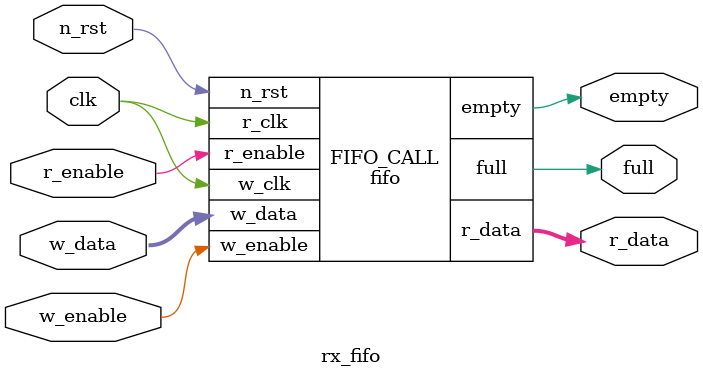
<source format=v>


module fiforam ( wclk, wenable, waddr, raddr, wdata, rdata );
  input [2:0] waddr;
  input [2:0] raddr;
  input [7:0] wdata;
  output [7:0] rdata;
  input wclk, wenable;
  wire   N10, N11, N12, N13, N14, N15, \fiforeg[0][7] , \fiforeg[0][6] ,
         \fiforeg[0][5] , \fiforeg[0][4] , \fiforeg[0][3] , \fiforeg[0][2] ,
         \fiforeg[0][1] , \fiforeg[0][0] , \fiforeg[1][7] , \fiforeg[1][6] ,
         \fiforeg[1][5] , \fiforeg[1][4] , \fiforeg[1][3] , \fiforeg[1][2] ,
         \fiforeg[1][1] , \fiforeg[1][0] , \fiforeg[2][7] , \fiforeg[2][6] ,
         \fiforeg[2][5] , \fiforeg[2][4] , \fiforeg[2][3] , \fiforeg[2][2] ,
         \fiforeg[2][1] , \fiforeg[2][0] , \fiforeg[3][7] , \fiforeg[3][6] ,
         \fiforeg[3][5] , \fiforeg[3][4] , \fiforeg[3][3] , \fiforeg[3][2] ,
         \fiforeg[3][1] , \fiforeg[3][0] , \fiforeg[4][7] , \fiforeg[4][6] ,
         \fiforeg[4][5] , \fiforeg[4][4] , \fiforeg[4][3] , \fiforeg[4][2] ,
         \fiforeg[4][1] , \fiforeg[4][0] , \fiforeg[5][7] , \fiforeg[5][6] ,
         \fiforeg[5][5] , \fiforeg[5][4] , \fiforeg[5][3] , \fiforeg[5][2] ,
         \fiforeg[5][1] , \fiforeg[5][0] , \fiforeg[6][7] , \fiforeg[6][6] ,
         \fiforeg[6][5] , \fiforeg[6][4] , \fiforeg[6][3] , \fiforeg[6][2] ,
         \fiforeg[6][1] , \fiforeg[6][0] , \fiforeg[7][7] , \fiforeg[7][6] ,
         \fiforeg[7][5] , \fiforeg[7][4] , \fiforeg[7][3] , \fiforeg[7][2] ,
         \fiforeg[7][1] , \fiforeg[7][0] , N17, N18, N19, N20, N21, N22, N23,
         N24, n89, n90, n91, n92, n93, n94, n95, n96, n97, n98, n99, n100,
         n101, n102, n103, n104, n105, n106, n107, n108, n109, n110, n111,
         n112, n113, n114, n115, n116, n117, n118, n119, n120, n121, n122,
         n123, n124, n125, n126, n127, n128, n129, n130, n131, n132, n133,
         n134, n135, n136, n137, n138, n139, n140, n141, n142, n143, n144,
         n145, n146, n147, n148, n149, n150, n151, n152, n1, n2, n3, n4, n5,
         n6, n7, n8, n9, n10, n11, n12, n13, n14, n15, n16, n17, n18, n19, n20,
         n21, n22, n23, n24, n25, n26, n27, n28, n29, n30, n31, n32, n33, n34,
         n35, n36, n37, n38, n39, n40, n41, n42, n43, n44, n45, n46, n47, n48,
         n49, n50, n51, n52, n53, n54, n55, n56, n57, n58, n59, n60, n61, n62,
         n63, n64, n65, n66, n67, n68, n69, n70, n71, n72, n73, n74, n75, n76,
         n77, n78, n79, n80, n81, n82, n83, n84, n85, n86, n87, n88, n153,
         n154, n155, n156, n157, n158, n159, n160, n161, n162, n163, n164,
         n165, n166, n167, n168, n169, n170, n171, n172, n173, n174, n175,
         n176, n177, n178, n179, n180, n181, n182, n183, n184, n185, n186,
         n187, n188, n189, n190, n191, n192, n193, n194, n195, n196, n197,
         n198, n199, n200, n201, n202, n203, n204, n205, n206, n207, n208,
         n209, n210, n211, n212, n213, n214, n215, n216, n217, n218, n219,
         n220, n221, n222, n223, n224, n225, n226, n227, n228, n229, n230,
         n231, n232, n233, n234, n235, n236, n237, n238, n239, n240, n241,
         n242, n243, n244, n245, n246, n247, n248, n249, n250, n251, n252,
         n253, n254, n255, n256, n257, n258, n259, n260, n261, n262;
  assign N10 = raddr[0];
  assign N11 = raddr[1];
  assign N12 = raddr[2];
  assign N13 = waddr[0];
  assign N14 = waddr[1];
  assign N15 = waddr[2];

  DFFPOSX1 \fiforeg_reg[0][7]  ( .D(n152), .CLK(wclk), .Q(\fiforeg[0][7] ) );
  DFFPOSX1 \fiforeg_reg[0][6]  ( .D(n151), .CLK(wclk), .Q(\fiforeg[0][6] ) );
  DFFPOSX1 \fiforeg_reg[0][5]  ( .D(n150), .CLK(wclk), .Q(\fiforeg[0][5] ) );
  DFFPOSX1 \fiforeg_reg[0][4]  ( .D(n149), .CLK(wclk), .Q(\fiforeg[0][4] ) );
  DFFPOSX1 \fiforeg_reg[0][3]  ( .D(n148), .CLK(wclk), .Q(\fiforeg[0][3] ) );
  DFFPOSX1 \fiforeg_reg[0][2]  ( .D(n147), .CLK(wclk), .Q(\fiforeg[0][2] ) );
  DFFPOSX1 \fiforeg_reg[0][1]  ( .D(n146), .CLK(wclk), .Q(\fiforeg[0][1] ) );
  DFFPOSX1 \fiforeg_reg[0][0]  ( .D(n145), .CLK(wclk), .Q(\fiforeg[0][0] ) );
  DFFPOSX1 \fiforeg_reg[1][7]  ( .D(n144), .CLK(wclk), .Q(\fiforeg[1][7] ) );
  DFFPOSX1 \fiforeg_reg[1][6]  ( .D(n143), .CLK(wclk), .Q(\fiforeg[1][6] ) );
  DFFPOSX1 \fiforeg_reg[1][5]  ( .D(n142), .CLK(wclk), .Q(\fiforeg[1][5] ) );
  DFFPOSX1 \fiforeg_reg[1][4]  ( .D(n141), .CLK(wclk), .Q(\fiforeg[1][4] ) );
  DFFPOSX1 \fiforeg_reg[1][3]  ( .D(n140), .CLK(wclk), .Q(\fiforeg[1][3] ) );
  DFFPOSX1 \fiforeg_reg[1][2]  ( .D(n139), .CLK(wclk), .Q(\fiforeg[1][2] ) );
  DFFPOSX1 \fiforeg_reg[1][1]  ( .D(n138), .CLK(wclk), .Q(\fiforeg[1][1] ) );
  DFFPOSX1 \fiforeg_reg[1][0]  ( .D(n137), .CLK(wclk), .Q(\fiforeg[1][0] ) );
  DFFPOSX1 \fiforeg_reg[2][7]  ( .D(n136), .CLK(wclk), .Q(\fiforeg[2][7] ) );
  DFFPOSX1 \fiforeg_reg[2][6]  ( .D(n135), .CLK(wclk), .Q(\fiforeg[2][6] ) );
  DFFPOSX1 \fiforeg_reg[2][5]  ( .D(n134), .CLK(wclk), .Q(\fiforeg[2][5] ) );
  DFFPOSX1 \fiforeg_reg[2][4]  ( .D(n133), .CLK(wclk), .Q(\fiforeg[2][4] ) );
  DFFPOSX1 \fiforeg_reg[2][3]  ( .D(n132), .CLK(wclk), .Q(\fiforeg[2][3] ) );
  DFFPOSX1 \fiforeg_reg[2][2]  ( .D(n131), .CLK(wclk), .Q(\fiforeg[2][2] ) );
  DFFPOSX1 \fiforeg_reg[2][1]  ( .D(n130), .CLK(wclk), .Q(\fiforeg[2][1] ) );
  DFFPOSX1 \fiforeg_reg[2][0]  ( .D(n129), .CLK(wclk), .Q(\fiforeg[2][0] ) );
  DFFPOSX1 \fiforeg_reg[3][7]  ( .D(n128), .CLK(wclk), .Q(\fiforeg[3][7] ) );
  DFFPOSX1 \fiforeg_reg[3][6]  ( .D(n127), .CLK(wclk), .Q(\fiforeg[3][6] ) );
  DFFPOSX1 \fiforeg_reg[3][5]  ( .D(n126), .CLK(wclk), .Q(\fiforeg[3][5] ) );
  DFFPOSX1 \fiforeg_reg[3][4]  ( .D(n125), .CLK(wclk), .Q(\fiforeg[3][4] ) );
  DFFPOSX1 \fiforeg_reg[3][3]  ( .D(n124), .CLK(wclk), .Q(\fiforeg[3][3] ) );
  DFFPOSX1 \fiforeg_reg[3][2]  ( .D(n123), .CLK(wclk), .Q(\fiforeg[3][2] ) );
  DFFPOSX1 \fiforeg_reg[3][1]  ( .D(n122), .CLK(wclk), .Q(\fiforeg[3][1] ) );
  DFFPOSX1 \fiforeg_reg[3][0]  ( .D(n121), .CLK(wclk), .Q(\fiforeg[3][0] ) );
  DFFPOSX1 \fiforeg_reg[4][7]  ( .D(n120), .CLK(wclk), .Q(\fiforeg[4][7] ) );
  DFFPOSX1 \fiforeg_reg[4][6]  ( .D(n119), .CLK(wclk), .Q(\fiforeg[4][6] ) );
  DFFPOSX1 \fiforeg_reg[4][5]  ( .D(n118), .CLK(wclk), .Q(\fiforeg[4][5] ) );
  DFFPOSX1 \fiforeg_reg[4][4]  ( .D(n117), .CLK(wclk), .Q(\fiforeg[4][4] ) );
  DFFPOSX1 \fiforeg_reg[4][3]  ( .D(n116), .CLK(wclk), .Q(\fiforeg[4][3] ) );
  DFFPOSX1 \fiforeg_reg[4][2]  ( .D(n115), .CLK(wclk), .Q(\fiforeg[4][2] ) );
  DFFPOSX1 \fiforeg_reg[4][1]  ( .D(n114), .CLK(wclk), .Q(\fiforeg[4][1] ) );
  DFFPOSX1 \fiforeg_reg[4][0]  ( .D(n113), .CLK(wclk), .Q(\fiforeg[4][0] ) );
  DFFPOSX1 \fiforeg_reg[5][7]  ( .D(n112), .CLK(wclk), .Q(\fiforeg[5][7] ) );
  DFFPOSX1 \fiforeg_reg[5][6]  ( .D(n111), .CLK(wclk), .Q(\fiforeg[5][6] ) );
  DFFPOSX1 \fiforeg_reg[5][5]  ( .D(n110), .CLK(wclk), .Q(\fiforeg[5][5] ) );
  DFFPOSX1 \fiforeg_reg[5][4]  ( .D(n109), .CLK(wclk), .Q(\fiforeg[5][4] ) );
  DFFPOSX1 \fiforeg_reg[5][3]  ( .D(n108), .CLK(wclk), .Q(\fiforeg[5][3] ) );
  DFFPOSX1 \fiforeg_reg[5][2]  ( .D(n107), .CLK(wclk), .Q(\fiforeg[5][2] ) );
  DFFPOSX1 \fiforeg_reg[5][1]  ( .D(n106), .CLK(wclk), .Q(\fiforeg[5][1] ) );
  DFFPOSX1 \fiforeg_reg[5][0]  ( .D(n105), .CLK(wclk), .Q(\fiforeg[5][0] ) );
  DFFPOSX1 \fiforeg_reg[6][7]  ( .D(n104), .CLK(wclk), .Q(\fiforeg[6][7] ) );
  DFFPOSX1 \fiforeg_reg[6][6]  ( .D(n103), .CLK(wclk), .Q(\fiforeg[6][6] ) );
  DFFPOSX1 \fiforeg_reg[6][5]  ( .D(n102), .CLK(wclk), .Q(\fiforeg[6][5] ) );
  DFFPOSX1 \fiforeg_reg[6][4]  ( .D(n101), .CLK(wclk), .Q(\fiforeg[6][4] ) );
  DFFPOSX1 \fiforeg_reg[6][3]  ( .D(n100), .CLK(wclk), .Q(\fiforeg[6][3] ) );
  DFFPOSX1 \fiforeg_reg[6][2]  ( .D(n99), .CLK(wclk), .Q(\fiforeg[6][2] ) );
  DFFPOSX1 \fiforeg_reg[6][1]  ( .D(n98), .CLK(wclk), .Q(\fiforeg[6][1] ) );
  DFFPOSX1 \fiforeg_reg[6][0]  ( .D(n97), .CLK(wclk), .Q(\fiforeg[6][0] ) );
  DFFPOSX1 \fiforeg_reg[7][7]  ( .D(n96), .CLK(wclk), .Q(\fiforeg[7][7] ) );
  DFFPOSX1 \fiforeg_reg[7][6]  ( .D(n95), .CLK(wclk), .Q(\fiforeg[7][6] ) );
  DFFPOSX1 \fiforeg_reg[7][5]  ( .D(n94), .CLK(wclk), .Q(\fiforeg[7][5] ) );
  DFFPOSX1 \fiforeg_reg[7][4]  ( .D(n93), .CLK(wclk), .Q(\fiforeg[7][4] ) );
  DFFPOSX1 \fiforeg_reg[7][3]  ( .D(n92), .CLK(wclk), .Q(\fiforeg[7][3] ) );
  DFFPOSX1 \fiforeg_reg[7][2]  ( .D(n91), .CLK(wclk), .Q(\fiforeg[7][2] ) );
  DFFPOSX1 \fiforeg_reg[7][1]  ( .D(n90), .CLK(wclk), .Q(\fiforeg[7][1] ) );
  DFFPOSX1 \fiforeg_reg[7][0]  ( .D(n89), .CLK(wclk), .Q(\fiforeg[7][0] ) );
  BUFX2 U2 ( .A(n56), .Y(n1) );
  BUFX2 U3 ( .A(n175), .Y(n2) );
  BUFX2 U4 ( .A(n53), .Y(n3) );
  BUFX2 U5 ( .A(n172), .Y(n4) );
  BUFX2 U6 ( .A(n54), .Y(n5) );
  BUFX2 U7 ( .A(n173), .Y(n6) );
  BUFX2 U8 ( .A(n55), .Y(n7) );
  BUFX2 U9 ( .A(n174), .Y(n8) );
  NOR2X1 U10 ( .A(n63), .B(N11), .Y(n54) );
  NOR2X1 U11 ( .A(n63), .B(n62), .Y(n53) );
  AOI22X1 U12 ( .A(\fiforeg[4][0] ), .B(n5), .C(\fiforeg[6][0] ), .D(n3), .Y(
        n10) );
  NOR2X1 U13 ( .A(N11), .B(N12), .Y(n56) );
  NOR2X1 U14 ( .A(n62), .B(N12), .Y(n55) );
  AOI22X1 U15 ( .A(\fiforeg[0][0] ), .B(n1), .C(\fiforeg[2][0] ), .D(n7), .Y(
        n9) );
  AOI21X1 U16 ( .A(n10), .B(n9), .C(N10), .Y(n14) );
  AOI22X1 U17 ( .A(\fiforeg[5][0] ), .B(n5), .C(\fiforeg[7][0] ), .D(n3), .Y(
        n12) );
  AOI22X1 U18 ( .A(\fiforeg[1][0] ), .B(n1), .C(\fiforeg[3][0] ), .D(n7), .Y(
        n11) );
  AOI21X1 U19 ( .A(n12), .B(n11), .C(n61), .Y(n13) );
  OR2X1 U20 ( .A(n14), .B(n13), .Y(rdata[0]) );
  AOI22X1 U21 ( .A(\fiforeg[4][1] ), .B(n5), .C(\fiforeg[6][1] ), .D(n3), .Y(
        n16) );
  AOI22X1 U22 ( .A(\fiforeg[0][1] ), .B(n1), .C(\fiforeg[2][1] ), .D(n7), .Y(
        n15) );
  AOI21X1 U23 ( .A(n16), .B(n15), .C(N10), .Y(n20) );
  AOI22X1 U24 ( .A(\fiforeg[5][1] ), .B(n5), .C(\fiforeg[7][1] ), .D(n3), .Y(
        n18) );
  AOI22X1 U25 ( .A(\fiforeg[1][1] ), .B(n1), .C(\fiforeg[3][1] ), .D(n7), .Y(
        n17) );
  AOI21X1 U26 ( .A(n18), .B(n17), .C(n61), .Y(n19) );
  OR2X1 U27 ( .A(n20), .B(n19), .Y(rdata[1]) );
  AOI22X1 U28 ( .A(\fiforeg[4][2] ), .B(n5), .C(\fiforeg[6][2] ), .D(n3), .Y(
        n22) );
  AOI22X1 U29 ( .A(\fiforeg[0][2] ), .B(n1), .C(\fiforeg[2][2] ), .D(n7), .Y(
        n21) );
  AOI21X1 U30 ( .A(n22), .B(n21), .C(N10), .Y(n26) );
  AOI22X1 U31 ( .A(\fiforeg[5][2] ), .B(n5), .C(\fiforeg[7][2] ), .D(n3), .Y(
        n24) );
  AOI22X1 U32 ( .A(\fiforeg[1][2] ), .B(n1), .C(\fiforeg[3][2] ), .D(n7), .Y(
        n23) );
  AOI21X1 U33 ( .A(n24), .B(n23), .C(n61), .Y(n25) );
  OR2X1 U34 ( .A(n26), .B(n25), .Y(rdata[2]) );
  AOI22X1 U35 ( .A(\fiforeg[4][3] ), .B(n5), .C(\fiforeg[6][3] ), .D(n3), .Y(
        n28) );
  AOI22X1 U36 ( .A(\fiforeg[0][3] ), .B(n1), .C(\fiforeg[2][3] ), .D(n7), .Y(
        n27) );
  AOI21X1 U37 ( .A(n28), .B(n27), .C(N10), .Y(n32) );
  AOI22X1 U38 ( .A(\fiforeg[5][3] ), .B(n5), .C(\fiforeg[7][3] ), .D(n3), .Y(
        n30) );
  AOI22X1 U39 ( .A(\fiforeg[1][3] ), .B(n1), .C(\fiforeg[3][3] ), .D(n7), .Y(
        n29) );
  AOI21X1 U40 ( .A(n30), .B(n29), .C(n61), .Y(n31) );
  OR2X1 U41 ( .A(n32), .B(n31), .Y(rdata[3]) );
  AOI22X1 U42 ( .A(\fiforeg[4][4] ), .B(n5), .C(\fiforeg[6][4] ), .D(n3), .Y(
        n34) );
  AOI22X1 U43 ( .A(\fiforeg[0][4] ), .B(n1), .C(\fiforeg[2][4] ), .D(n7), .Y(
        n33) );
  AOI21X1 U44 ( .A(n34), .B(n33), .C(N10), .Y(n38) );
  AOI22X1 U45 ( .A(\fiforeg[5][4] ), .B(n5), .C(\fiforeg[7][4] ), .D(n3), .Y(
        n36) );
  AOI22X1 U46 ( .A(\fiforeg[1][4] ), .B(n1), .C(\fiforeg[3][4] ), .D(n7), .Y(
        n35) );
  AOI21X1 U47 ( .A(n36), .B(n35), .C(n61), .Y(n37) );
  OR2X1 U48 ( .A(n38), .B(n37), .Y(rdata[4]) );
  AOI22X1 U49 ( .A(\fiforeg[4][5] ), .B(n5), .C(\fiforeg[6][5] ), .D(n3), .Y(
        n40) );
  AOI22X1 U50 ( .A(\fiforeg[0][5] ), .B(n1), .C(\fiforeg[2][5] ), .D(n7), .Y(
        n39) );
  AOI21X1 U51 ( .A(n40), .B(n39), .C(N10), .Y(n44) );
  AOI22X1 U52 ( .A(\fiforeg[5][5] ), .B(n5), .C(\fiforeg[7][5] ), .D(n3), .Y(
        n42) );
  AOI22X1 U53 ( .A(\fiforeg[1][5] ), .B(n1), .C(\fiforeg[3][5] ), .D(n7), .Y(
        n41) );
  AOI21X1 U54 ( .A(n42), .B(n41), .C(n61), .Y(n43) );
  OR2X1 U55 ( .A(n44), .B(n43), .Y(rdata[5]) );
  AOI22X1 U56 ( .A(\fiforeg[4][6] ), .B(n5), .C(\fiforeg[6][6] ), .D(n3), .Y(
        n46) );
  AOI22X1 U57 ( .A(\fiforeg[0][6] ), .B(n1), .C(\fiforeg[2][6] ), .D(n7), .Y(
        n45) );
  AOI21X1 U58 ( .A(n46), .B(n45), .C(N10), .Y(n50) );
  AOI22X1 U59 ( .A(\fiforeg[5][6] ), .B(n5), .C(\fiforeg[7][6] ), .D(n3), .Y(
        n48) );
  AOI22X1 U60 ( .A(\fiforeg[1][6] ), .B(n1), .C(\fiforeg[3][6] ), .D(n7), .Y(
        n47) );
  AOI21X1 U61 ( .A(n48), .B(n47), .C(n61), .Y(n49) );
  OR2X1 U62 ( .A(n50), .B(n49), .Y(rdata[6]) );
  AOI22X1 U63 ( .A(\fiforeg[4][7] ), .B(n5), .C(\fiforeg[6][7] ), .D(n3), .Y(
        n52) );
  AOI22X1 U64 ( .A(\fiforeg[0][7] ), .B(n1), .C(\fiforeg[2][7] ), .D(n7), .Y(
        n51) );
  AOI21X1 U65 ( .A(n52), .B(n51), .C(N10), .Y(n60) );
  AOI22X1 U66 ( .A(\fiforeg[5][7] ), .B(n5), .C(\fiforeg[7][7] ), .D(n3), .Y(
        n58) );
  AOI22X1 U67 ( .A(\fiforeg[1][7] ), .B(n1), .C(\fiforeg[3][7] ), .D(n7), .Y(
        n57) );
  AOI21X1 U68 ( .A(n58), .B(n57), .C(n61), .Y(n59) );
  OR2X1 U69 ( .A(n60), .B(n59), .Y(rdata[7]) );
  INVX2 U70 ( .A(N10), .Y(n61) );
  INVX2 U71 ( .A(N11), .Y(n62) );
  INVX2 U72 ( .A(N12), .Y(n63) );
  NOR2X1 U73 ( .A(n211), .B(N14), .Y(n173) );
  NOR2X1 U74 ( .A(n211), .B(n180), .Y(n172) );
  AOI22X1 U75 ( .A(\fiforeg[4][0] ), .B(n6), .C(\fiforeg[6][0] ), .D(n4), .Y(
        n65) );
  NOR2X1 U76 ( .A(N14), .B(N15), .Y(n175) );
  NOR2X1 U77 ( .A(n180), .B(N15), .Y(n174) );
  AOI22X1 U78 ( .A(\fiforeg[0][0] ), .B(n2), .C(\fiforeg[2][0] ), .D(n8), .Y(
        n64) );
  AOI21X1 U79 ( .A(n65), .B(n64), .C(N13), .Y(n69) );
  AOI22X1 U80 ( .A(\fiforeg[5][0] ), .B(n6), .C(\fiforeg[7][0] ), .D(n4), .Y(
        n67) );
  AOI22X1 U81 ( .A(\fiforeg[1][0] ), .B(n2), .C(\fiforeg[3][0] ), .D(n8), .Y(
        n66) );
  AOI21X1 U82 ( .A(n67), .B(n66), .C(n212), .Y(n68) );
  OR2X1 U83 ( .A(n69), .B(n68), .Y(N24) );
  AOI22X1 U84 ( .A(\fiforeg[4][1] ), .B(n6), .C(\fiforeg[6][1] ), .D(n4), .Y(
        n71) );
  AOI22X1 U85 ( .A(\fiforeg[0][1] ), .B(n2), .C(\fiforeg[2][1] ), .D(n8), .Y(
        n70) );
  AOI21X1 U86 ( .A(n71), .B(n70), .C(N13), .Y(n75) );
  AOI22X1 U87 ( .A(\fiforeg[5][1] ), .B(n6), .C(\fiforeg[7][1] ), .D(n4), .Y(
        n73) );
  AOI22X1 U88 ( .A(\fiforeg[1][1] ), .B(n2), .C(\fiforeg[3][1] ), .D(n8), .Y(
        n72) );
  AOI21X1 U89 ( .A(n73), .B(n72), .C(n212), .Y(n74) );
  OR2X1 U90 ( .A(n75), .B(n74), .Y(N23) );
  AOI22X1 U91 ( .A(\fiforeg[4][2] ), .B(n6), .C(\fiforeg[6][2] ), .D(n4), .Y(
        n77) );
  AOI22X1 U92 ( .A(\fiforeg[0][2] ), .B(n2), .C(\fiforeg[2][2] ), .D(n8), .Y(
        n76) );
  AOI21X1 U93 ( .A(n77), .B(n76), .C(N13), .Y(n81) );
  AOI22X1 U94 ( .A(\fiforeg[5][2] ), .B(n6), .C(\fiforeg[7][2] ), .D(n4), .Y(
        n79) );
  AOI22X1 U95 ( .A(\fiforeg[1][2] ), .B(n2), .C(\fiforeg[3][2] ), .D(n8), .Y(
        n78) );
  AOI21X1 U96 ( .A(n79), .B(n78), .C(n212), .Y(n80) );
  OR2X1 U97 ( .A(n81), .B(n80), .Y(N22) );
  AOI22X1 U98 ( .A(\fiforeg[4][3] ), .B(n6), .C(\fiforeg[6][3] ), .D(n4), .Y(
        n83) );
  AOI22X1 U99 ( .A(\fiforeg[0][3] ), .B(n2), .C(\fiforeg[2][3] ), .D(n8), .Y(
        n82) );
  AOI21X1 U100 ( .A(n83), .B(n82), .C(N13), .Y(n87) );
  AOI22X1 U101 ( .A(\fiforeg[5][3] ), .B(n6), .C(\fiforeg[7][3] ), .D(n4), .Y(
        n85) );
  AOI22X1 U102 ( .A(\fiforeg[1][3] ), .B(n2), .C(\fiforeg[3][3] ), .D(n8), .Y(
        n84) );
  AOI21X1 U103 ( .A(n85), .B(n84), .C(n212), .Y(n86) );
  OR2X1 U104 ( .A(n87), .B(n86), .Y(N21) );
  AOI22X1 U105 ( .A(\fiforeg[4][4] ), .B(n6), .C(\fiforeg[6][4] ), .D(n4), .Y(
        n153) );
  AOI22X1 U106 ( .A(\fiforeg[0][4] ), .B(n2), .C(\fiforeg[2][4] ), .D(n8), .Y(
        n88) );
  AOI21X1 U107 ( .A(n153), .B(n88), .C(N13), .Y(n157) );
  AOI22X1 U108 ( .A(\fiforeg[5][4] ), .B(n6), .C(\fiforeg[7][4] ), .D(n4), .Y(
        n155) );
  AOI22X1 U109 ( .A(\fiforeg[1][4] ), .B(n2), .C(\fiforeg[3][4] ), .D(n8), .Y(
        n154) );
  AOI21X1 U110 ( .A(n155), .B(n154), .C(n212), .Y(n156) );
  OR2X1 U111 ( .A(n157), .B(n156), .Y(N20) );
  AOI22X1 U112 ( .A(\fiforeg[4][5] ), .B(n6), .C(\fiforeg[6][5] ), .D(n4), .Y(
        n159) );
  AOI22X1 U113 ( .A(\fiforeg[0][5] ), .B(n2), .C(\fiforeg[2][5] ), .D(n8), .Y(
        n158) );
  AOI21X1 U114 ( .A(n159), .B(n158), .C(N13), .Y(n163) );
  AOI22X1 U115 ( .A(\fiforeg[5][5] ), .B(n6), .C(\fiforeg[7][5] ), .D(n4), .Y(
        n161) );
  AOI22X1 U116 ( .A(\fiforeg[1][5] ), .B(n2), .C(\fiforeg[3][5] ), .D(n8), .Y(
        n160) );
  AOI21X1 U117 ( .A(n161), .B(n160), .C(n212), .Y(n162) );
  OR2X1 U118 ( .A(n163), .B(n162), .Y(N19) );
  AOI22X1 U119 ( .A(\fiforeg[4][6] ), .B(n6), .C(\fiforeg[6][6] ), .D(n4), .Y(
        n165) );
  AOI22X1 U120 ( .A(\fiforeg[0][6] ), .B(n2), .C(\fiforeg[2][6] ), .D(n8), .Y(
        n164) );
  AOI21X1 U121 ( .A(n165), .B(n164), .C(N13), .Y(n169) );
  AOI22X1 U122 ( .A(\fiforeg[5][6] ), .B(n6), .C(\fiforeg[7][6] ), .D(n4), .Y(
        n167) );
  AOI22X1 U123 ( .A(\fiforeg[1][6] ), .B(n2), .C(\fiforeg[3][6] ), .D(n8), .Y(
        n166) );
  AOI21X1 U124 ( .A(n167), .B(n166), .C(n212), .Y(n168) );
  OR2X1 U125 ( .A(n169), .B(n168), .Y(N18) );
  AOI22X1 U126 ( .A(\fiforeg[4][7] ), .B(n6), .C(\fiforeg[6][7] ), .D(n4), .Y(
        n171) );
  AOI22X1 U127 ( .A(\fiforeg[0][7] ), .B(n2), .C(\fiforeg[2][7] ), .D(n8), .Y(
        n170) );
  AOI21X1 U128 ( .A(n171), .B(n170), .C(N13), .Y(n179) );
  AOI22X1 U129 ( .A(\fiforeg[5][7] ), .B(n6), .C(\fiforeg[7][7] ), .D(n4), .Y(
        n177) );
  AOI22X1 U130 ( .A(\fiforeg[1][7] ), .B(n2), .C(\fiforeg[3][7] ), .D(n8), .Y(
        n176) );
  AOI21X1 U131 ( .A(n177), .B(n176), .C(n212), .Y(n178) );
  OR2X1 U132 ( .A(n179), .B(n178), .Y(N17) );
  INVX2 U133 ( .A(N14), .Y(n180) );
  MUX2X1 U134 ( .B(n181), .A(n182), .S(n183), .Y(n99) );
  INVX1 U135 ( .A(\fiforeg[6][2] ), .Y(n182) );
  MUX2X1 U136 ( .B(n184), .A(n185), .S(n183), .Y(n98) );
  INVX1 U137 ( .A(\fiforeg[6][1] ), .Y(n185) );
  MUX2X1 U138 ( .B(n186), .A(n187), .S(n183), .Y(n97) );
  INVX1 U139 ( .A(\fiforeg[6][0] ), .Y(n187) );
  MUX2X1 U140 ( .B(n188), .A(n189), .S(n190), .Y(n96) );
  INVX1 U141 ( .A(\fiforeg[7][7] ), .Y(n189) );
  MUX2X1 U142 ( .B(n191), .A(n192), .S(n190), .Y(n95) );
  INVX1 U143 ( .A(\fiforeg[7][6] ), .Y(n192) );
  MUX2X1 U144 ( .B(n193), .A(n194), .S(n190), .Y(n94) );
  INVX1 U145 ( .A(\fiforeg[7][5] ), .Y(n194) );
  MUX2X1 U146 ( .B(n195), .A(n196), .S(n190), .Y(n93) );
  INVX1 U147 ( .A(\fiforeg[7][4] ), .Y(n196) );
  MUX2X1 U148 ( .B(n197), .A(n198), .S(n190), .Y(n92) );
  INVX1 U149 ( .A(\fiforeg[7][3] ), .Y(n198) );
  MUX2X1 U150 ( .B(n181), .A(n199), .S(n190), .Y(n91) );
  INVX1 U151 ( .A(\fiforeg[7][2] ), .Y(n199) );
  MUX2X1 U152 ( .B(n184), .A(n200), .S(n190), .Y(n90) );
  INVX1 U153 ( .A(\fiforeg[7][1] ), .Y(n200) );
  MUX2X1 U154 ( .B(n186), .A(n201), .S(n190), .Y(n89) );
  NAND3X1 U155 ( .A(N15), .B(N14), .C(N13), .Y(n190) );
  INVX1 U156 ( .A(\fiforeg[7][0] ), .Y(n201) );
  MUX2X1 U157 ( .B(n188), .A(n202), .S(n203), .Y(n152) );
  INVX1 U158 ( .A(\fiforeg[0][7] ), .Y(n202) );
  MUX2X1 U159 ( .B(n191), .A(n204), .S(n203), .Y(n151) );
  INVX1 U160 ( .A(\fiforeg[0][6] ), .Y(n204) );
  MUX2X1 U161 ( .B(n193), .A(n205), .S(n203), .Y(n150) );
  INVX1 U162 ( .A(\fiforeg[0][5] ), .Y(n205) );
  MUX2X1 U163 ( .B(n195), .A(n206), .S(n203), .Y(n149) );
  INVX1 U164 ( .A(\fiforeg[0][4] ), .Y(n206) );
  MUX2X1 U165 ( .B(n197), .A(n207), .S(n203), .Y(n148) );
  INVX1 U166 ( .A(\fiforeg[0][3] ), .Y(n207) );
  MUX2X1 U167 ( .B(n181), .A(n208), .S(n203), .Y(n147) );
  INVX1 U168 ( .A(\fiforeg[0][2] ), .Y(n208) );
  MUX2X1 U169 ( .B(n184), .A(n209), .S(n203), .Y(n146) );
  INVX1 U170 ( .A(\fiforeg[0][1] ), .Y(n209) );
  MUX2X1 U171 ( .B(n186), .A(n210), .S(n203), .Y(n145) );
  NAND3X1 U172 ( .A(n180), .B(n211), .C(n212), .Y(n203) );
  INVX1 U173 ( .A(\fiforeg[0][0] ), .Y(n210) );
  MUX2X1 U174 ( .B(n188), .A(n213), .S(n214), .Y(n144) );
  INVX1 U175 ( .A(\fiforeg[1][7] ), .Y(n213) );
  MUX2X1 U176 ( .B(n191), .A(n215), .S(n214), .Y(n143) );
  INVX1 U177 ( .A(\fiforeg[1][6] ), .Y(n215) );
  MUX2X1 U178 ( .B(n193), .A(n216), .S(n214), .Y(n142) );
  INVX1 U179 ( .A(\fiforeg[1][5] ), .Y(n216) );
  MUX2X1 U180 ( .B(n195), .A(n217), .S(n214), .Y(n141) );
  INVX1 U181 ( .A(\fiforeg[1][4] ), .Y(n217) );
  MUX2X1 U182 ( .B(n197), .A(n218), .S(n214), .Y(n140) );
  INVX1 U183 ( .A(\fiforeg[1][3] ), .Y(n218) );
  MUX2X1 U184 ( .B(n181), .A(n219), .S(n214), .Y(n139) );
  INVX1 U185 ( .A(\fiforeg[1][2] ), .Y(n219) );
  MUX2X1 U186 ( .B(n184), .A(n220), .S(n214), .Y(n138) );
  INVX1 U187 ( .A(\fiforeg[1][1] ), .Y(n220) );
  MUX2X1 U188 ( .B(n186), .A(n221), .S(n214), .Y(n137) );
  NAND3X1 U189 ( .A(n180), .B(n211), .C(N13), .Y(n214) );
  INVX1 U190 ( .A(\fiforeg[1][0] ), .Y(n221) );
  MUX2X1 U191 ( .B(n188), .A(n222), .S(n223), .Y(n136) );
  INVX1 U192 ( .A(\fiforeg[2][7] ), .Y(n222) );
  MUX2X1 U193 ( .B(n191), .A(n224), .S(n223), .Y(n135) );
  INVX1 U194 ( .A(\fiforeg[2][6] ), .Y(n224) );
  MUX2X1 U195 ( .B(n193), .A(n225), .S(n223), .Y(n134) );
  INVX1 U196 ( .A(\fiforeg[2][5] ), .Y(n225) );
  MUX2X1 U197 ( .B(n195), .A(n226), .S(n223), .Y(n133) );
  INVX1 U198 ( .A(\fiforeg[2][4] ), .Y(n226) );
  MUX2X1 U199 ( .B(n197), .A(n227), .S(n223), .Y(n132) );
  INVX1 U200 ( .A(\fiforeg[2][3] ), .Y(n227) );
  MUX2X1 U201 ( .B(n181), .A(n228), .S(n223), .Y(n131) );
  INVX1 U202 ( .A(\fiforeg[2][2] ), .Y(n228) );
  MUX2X1 U203 ( .B(n184), .A(n229), .S(n223), .Y(n130) );
  INVX1 U204 ( .A(\fiforeg[2][1] ), .Y(n229) );
  MUX2X1 U205 ( .B(n186), .A(n230), .S(n223), .Y(n129) );
  NAND3X1 U206 ( .A(n212), .B(n211), .C(N14), .Y(n223) );
  INVX1 U207 ( .A(\fiforeg[2][0] ), .Y(n230) );
  MUX2X1 U208 ( .B(n188), .A(n231), .S(n232), .Y(n128) );
  INVX1 U209 ( .A(\fiforeg[3][7] ), .Y(n231) );
  MUX2X1 U210 ( .B(n191), .A(n233), .S(n232), .Y(n127) );
  INVX1 U211 ( .A(\fiforeg[3][6] ), .Y(n233) );
  MUX2X1 U212 ( .B(n193), .A(n234), .S(n232), .Y(n126) );
  INVX1 U213 ( .A(\fiforeg[3][5] ), .Y(n234) );
  MUX2X1 U214 ( .B(n195), .A(n235), .S(n232), .Y(n125) );
  INVX1 U215 ( .A(\fiforeg[3][4] ), .Y(n235) );
  MUX2X1 U216 ( .B(n197), .A(n236), .S(n232), .Y(n124) );
  INVX1 U217 ( .A(\fiforeg[3][3] ), .Y(n236) );
  MUX2X1 U218 ( .B(n181), .A(n237), .S(n232), .Y(n123) );
  INVX1 U219 ( .A(\fiforeg[3][2] ), .Y(n237) );
  MUX2X1 U220 ( .B(n184), .A(n238), .S(n232), .Y(n122) );
  INVX1 U221 ( .A(\fiforeg[3][1] ), .Y(n238) );
  MUX2X1 U222 ( .B(n186), .A(n239), .S(n232), .Y(n121) );
  NAND3X1 U223 ( .A(N14), .B(n211), .C(N13), .Y(n232) );
  INVX1 U224 ( .A(N15), .Y(n211) );
  INVX1 U225 ( .A(\fiforeg[3][0] ), .Y(n239) );
  MUX2X1 U226 ( .B(n188), .A(n240), .S(n241), .Y(n120) );
  INVX1 U227 ( .A(\fiforeg[4][7] ), .Y(n240) );
  MUX2X1 U228 ( .B(n191), .A(n242), .S(n241), .Y(n119) );
  INVX1 U229 ( .A(\fiforeg[4][6] ), .Y(n242) );
  MUX2X1 U230 ( .B(n193), .A(n243), .S(n241), .Y(n118) );
  INVX1 U231 ( .A(\fiforeg[4][5] ), .Y(n243) );
  MUX2X1 U232 ( .B(n195), .A(n244), .S(n241), .Y(n117) );
  INVX1 U233 ( .A(\fiforeg[4][4] ), .Y(n244) );
  MUX2X1 U234 ( .B(n197), .A(n245), .S(n241), .Y(n116) );
  INVX1 U235 ( .A(\fiforeg[4][3] ), .Y(n245) );
  MUX2X1 U236 ( .B(n181), .A(n246), .S(n241), .Y(n115) );
  INVX1 U237 ( .A(\fiforeg[4][2] ), .Y(n246) );
  MUX2X1 U238 ( .B(n184), .A(n247), .S(n241), .Y(n114) );
  INVX1 U239 ( .A(\fiforeg[4][1] ), .Y(n247) );
  MUX2X1 U240 ( .B(n186), .A(n248), .S(n241), .Y(n113) );
  NAND3X1 U241 ( .A(n212), .B(n180), .C(N15), .Y(n241) );
  INVX1 U242 ( .A(\fiforeg[4][0] ), .Y(n248) );
  MUX2X1 U243 ( .B(n188), .A(n249), .S(n250), .Y(n112) );
  INVX1 U244 ( .A(\fiforeg[5][7] ), .Y(n249) );
  MUX2X1 U245 ( .B(n191), .A(n251), .S(n250), .Y(n111) );
  INVX1 U246 ( .A(\fiforeg[5][6] ), .Y(n251) );
  MUX2X1 U247 ( .B(n193), .A(n252), .S(n250), .Y(n110) );
  INVX1 U248 ( .A(\fiforeg[5][5] ), .Y(n252) );
  MUX2X1 U249 ( .B(n195), .A(n253), .S(n250), .Y(n109) );
  INVX1 U250 ( .A(\fiforeg[5][4] ), .Y(n253) );
  MUX2X1 U251 ( .B(n197), .A(n254), .S(n250), .Y(n108) );
  INVX1 U252 ( .A(\fiforeg[5][3] ), .Y(n254) );
  MUX2X1 U253 ( .B(n181), .A(n255), .S(n250), .Y(n107) );
  INVX1 U254 ( .A(\fiforeg[5][2] ), .Y(n255) );
  MUX2X1 U255 ( .B(N22), .A(wdata[2]), .S(wenable), .Y(n181) );
  MUX2X1 U256 ( .B(n184), .A(n256), .S(n250), .Y(n106) );
  INVX1 U257 ( .A(\fiforeg[5][1] ), .Y(n256) );
  MUX2X1 U258 ( .B(N23), .A(wdata[1]), .S(wenable), .Y(n184) );
  MUX2X1 U259 ( .B(n186), .A(n257), .S(n250), .Y(n105) );
  NAND3X1 U260 ( .A(N15), .B(n180), .C(N13), .Y(n250) );
  INVX1 U261 ( .A(\fiforeg[5][0] ), .Y(n257) );
  MUX2X1 U262 ( .B(N24), .A(wdata[0]), .S(wenable), .Y(n186) );
  MUX2X1 U263 ( .B(n188), .A(n258), .S(n183), .Y(n104) );
  INVX1 U264 ( .A(\fiforeg[6][7] ), .Y(n258) );
  MUX2X1 U265 ( .B(N17), .A(wdata[7]), .S(wenable), .Y(n188) );
  MUX2X1 U266 ( .B(n191), .A(n259), .S(n183), .Y(n103) );
  INVX1 U267 ( .A(\fiforeg[6][6] ), .Y(n259) );
  MUX2X1 U268 ( .B(N18), .A(wdata[6]), .S(wenable), .Y(n191) );
  MUX2X1 U269 ( .B(n193), .A(n260), .S(n183), .Y(n102) );
  INVX1 U270 ( .A(\fiforeg[6][5] ), .Y(n260) );
  MUX2X1 U271 ( .B(N19), .A(wdata[5]), .S(wenable), .Y(n193) );
  MUX2X1 U272 ( .B(n195), .A(n261), .S(n183), .Y(n101) );
  INVX1 U273 ( .A(\fiforeg[6][4] ), .Y(n261) );
  MUX2X1 U274 ( .B(N20), .A(wdata[4]), .S(wenable), .Y(n195) );
  MUX2X1 U275 ( .B(n197), .A(n262), .S(n183), .Y(n100) );
  NAND3X1 U276 ( .A(N14), .B(n212), .C(N15), .Y(n183) );
  INVX1 U277 ( .A(N13), .Y(n212) );
  INVX1 U278 ( .A(\fiforeg[6][3] ), .Y(n262) );
  MUX2X1 U279 ( .B(N21), .A(wdata[3]), .S(wenable), .Y(n197) );
endmodule


module write_ptr ( wclk, rst_n, wenable, wptr, wptr_nxt );
  output [3:0] wptr;
  output [3:0] wptr_nxt;
  input wclk, rst_n, wenable;
  wire   n9, n10, n11, n12;
  wire   [2:0] binary_nxt;
  wire   [3:0] binary_r;

  DFFSR \binary_r_reg[0]  ( .D(binary_nxt[0]), .CLK(wclk), .R(rst_n), .S(1'b1), 
        .Q(binary_r[0]) );
  DFFSR \binary_r_reg[1]  ( .D(binary_nxt[1]), .CLK(wclk), .R(rst_n), .S(1'b1), 
        .Q(binary_r[1]) );
  DFFSR \binary_r_reg[2]  ( .D(binary_nxt[2]), .CLK(wclk), .R(rst_n), .S(1'b1), 
        .Q(binary_r[2]) );
  DFFSR \binary_r_reg[3]  ( .D(wptr_nxt[3]), .CLK(wclk), .R(rst_n), .S(1'b1), 
        .Q(binary_r[3]) );
  DFFSR \gray_r_reg[3]  ( .D(wptr_nxt[3]), .CLK(wclk), .R(rst_n), .S(1'b1), 
        .Q(wptr[3]) );
  DFFSR \gray_r_reg[2]  ( .D(wptr_nxt[2]), .CLK(wclk), .R(rst_n), .S(1'b1), 
        .Q(wptr[2]) );
  DFFSR \gray_r_reg[1]  ( .D(wptr_nxt[1]), .CLK(wclk), .R(rst_n), .S(1'b1), 
        .Q(wptr[1]) );
  DFFSR \gray_r_reg[0]  ( .D(wptr_nxt[0]), .CLK(wclk), .R(rst_n), .S(1'b1), 
        .Q(wptr[0]) );
  XOR2X1 U11 ( .A(wptr_nxt[3]), .B(binary_nxt[2]), .Y(wptr_nxt[2]) );
  XNOR2X1 U12 ( .A(n9), .B(binary_r[3]), .Y(wptr_nxt[3]) );
  NAND2X1 U13 ( .A(binary_r[2]), .B(n10), .Y(n9) );
  XOR2X1 U14 ( .A(binary_nxt[2]), .B(binary_nxt[1]), .Y(wptr_nxt[1]) );
  XOR2X1 U15 ( .A(binary_nxt[1]), .B(binary_nxt[0]), .Y(wptr_nxt[0]) );
  XOR2X1 U16 ( .A(n10), .B(binary_r[2]), .Y(binary_nxt[2]) );
  INVX1 U17 ( .A(n11), .Y(n10) );
  NAND3X1 U18 ( .A(binary_r[1]), .B(binary_r[0]), .C(wenable), .Y(n11) );
  XNOR2X1 U19 ( .A(n12), .B(binary_r[1]), .Y(binary_nxt[1]) );
  NAND2X1 U20 ( .A(wenable), .B(binary_r[0]), .Y(n12) );
  XOR2X1 U21 ( .A(binary_r[0]), .B(wenable), .Y(binary_nxt[0]) );
endmodule


module write_fifo_ctrl ( wclk, rst_n, wenable, rptr, wenable_fifo, wptr, waddr, 
        full_flag );
  input [3:0] rptr;
  output [3:0] wptr;
  output [2:0] waddr;
  input wclk, rst_n, wenable;
  output wenable_fifo, full_flag;
  wire   n22, \gray_wptr[2] , N5, n2, n3, n16, n17, n18, n19, n20, n21;
  wire   [3:0] wptr_nxt;
  wire   [3:0] wrptr_r2;
  wire   [3:0] wrptr_r1;

  DFFSR \wrptr_r1_reg[3]  ( .D(rptr[3]), .CLK(wclk), .R(rst_n), .S(1'b1), .Q(
        wrptr_r1[3]) );
  DFFSR \wrptr_r1_reg[2]  ( .D(rptr[2]), .CLK(wclk), .R(rst_n), .S(1'b1), .Q(
        wrptr_r1[2]) );
  DFFSR \wrptr_r1_reg[1]  ( .D(rptr[1]), .CLK(wclk), .R(rst_n), .S(1'b1), .Q(
        wrptr_r1[1]) );
  DFFSR \wrptr_r1_reg[0]  ( .D(rptr[0]), .CLK(wclk), .R(rst_n), .S(1'b1), .Q(
        wrptr_r1[0]) );
  DFFSR \wrptr_r2_reg[3]  ( .D(wrptr_r1[3]), .CLK(wclk), .R(rst_n), .S(1'b1), 
        .Q(wrptr_r2[3]) );
  DFFSR \wrptr_r2_reg[2]  ( .D(wrptr_r1[2]), .CLK(wclk), .R(rst_n), .S(1'b1), 
        .Q(wrptr_r2[2]) );
  DFFSR \wrptr_r2_reg[1]  ( .D(wrptr_r1[1]), .CLK(wclk), .R(rst_n), .S(1'b1), 
        .Q(wrptr_r2[1]) );
  DFFSR \wrptr_r2_reg[0]  ( .D(wrptr_r1[0]), .CLK(wclk), .R(rst_n), .S(1'b1), 
        .Q(wrptr_r2[0]) );
  DFFSR full_flag_r_reg ( .D(N5), .CLK(wclk), .R(rst_n), .S(1'b1), .Q(
        full_flag) );
  DFFSR \waddr_reg[2]  ( .D(\gray_wptr[2] ), .CLK(wclk), .R(rst_n), .S(1'b1), 
        .Q(waddr[2]) );
  DFFSR \waddr_reg[1]  ( .D(wptr_nxt[1]), .CLK(wclk), .R(rst_n), .S(1'b1), .Q(
        waddr[1]) );
  DFFSR \waddr_reg[0]  ( .D(wptr_nxt[0]), .CLK(wclk), .R(rst_n), .S(1'b1), .Q(
        waddr[0]) );
  write_ptr WPU1 ( .wclk(wclk), .rst_n(rst_n), .wenable(wenable_fifo), .wptr(
        wptr), .wptr_nxt(wptr_nxt) );
  BUFX2 U15 ( .A(n22), .Y(wenable_fifo) );
  NOR2X1 U16 ( .A(full_flag), .B(n2), .Y(n22) );
  INVX1 U17 ( .A(wenable), .Y(n2) );
  NOR2X1 U18 ( .A(n3), .B(n16), .Y(N5) );
  NAND2X1 U19 ( .A(n17), .B(n18), .Y(n16) );
  XOR2X1 U20 ( .A(n19), .B(\gray_wptr[2] ), .Y(n18) );
  XOR2X1 U21 ( .A(wptr_nxt[3]), .B(wptr_nxt[2]), .Y(\gray_wptr[2] ) );
  XNOR2X1 U22 ( .A(wrptr_r2[3]), .B(wrptr_r2[2]), .Y(n19) );
  XNOR2X1 U23 ( .A(wrptr_r2[1]), .B(wptr_nxt[1]), .Y(n17) );
  NAND2X1 U24 ( .A(n20), .B(n21), .Y(n3) );
  XOR2X1 U25 ( .A(wrptr_r2[3]), .B(wptr_nxt[3]), .Y(n21) );
  XNOR2X1 U26 ( .A(wrptr_r2[0]), .B(wptr_nxt[0]), .Y(n20) );
endmodule


module read_ptr ( rclk, rst_n, renable, rptr, rptr_nxt );
  output [3:0] rptr;
  output [3:0] rptr_nxt;
  input rclk, rst_n, renable;
  wire   n9, n10, n11, n12;
  wire   [2:0] binary_nxt;
  wire   [3:0] binary_r;

  DFFSR \binary_r_reg[0]  ( .D(binary_nxt[0]), .CLK(rclk), .R(rst_n), .S(1'b1), 
        .Q(binary_r[0]) );
  DFFSR \binary_r_reg[1]  ( .D(binary_nxt[1]), .CLK(rclk), .R(rst_n), .S(1'b1), 
        .Q(binary_r[1]) );
  DFFSR \binary_r_reg[2]  ( .D(binary_nxt[2]), .CLK(rclk), .R(rst_n), .S(1'b1), 
        .Q(binary_r[2]) );
  DFFSR \binary_r_reg[3]  ( .D(rptr_nxt[3]), .CLK(rclk), .R(rst_n), .S(1'b1), 
        .Q(binary_r[3]) );
  DFFSR \gray_r_reg[3]  ( .D(rptr_nxt[3]), .CLK(rclk), .R(rst_n), .S(1'b1), 
        .Q(rptr[3]) );
  DFFSR \gray_r_reg[2]  ( .D(rptr_nxt[2]), .CLK(rclk), .R(rst_n), .S(1'b1), 
        .Q(rptr[2]) );
  DFFSR \gray_r_reg[1]  ( .D(rptr_nxt[1]), .CLK(rclk), .R(rst_n), .S(1'b1), 
        .Q(rptr[1]) );
  DFFSR \gray_r_reg[0]  ( .D(rptr_nxt[0]), .CLK(rclk), .R(rst_n), .S(1'b1), 
        .Q(rptr[0]) );
  XOR2X1 U11 ( .A(rptr_nxt[3]), .B(binary_nxt[2]), .Y(rptr_nxt[2]) );
  XNOR2X1 U12 ( .A(n9), .B(binary_r[3]), .Y(rptr_nxt[3]) );
  NAND2X1 U13 ( .A(binary_r[2]), .B(n10), .Y(n9) );
  XOR2X1 U14 ( .A(binary_nxt[2]), .B(binary_nxt[1]), .Y(rptr_nxt[1]) );
  XOR2X1 U15 ( .A(binary_nxt[1]), .B(binary_nxt[0]), .Y(rptr_nxt[0]) );
  XOR2X1 U16 ( .A(n10), .B(binary_r[2]), .Y(binary_nxt[2]) );
  INVX1 U17 ( .A(n11), .Y(n10) );
  NAND3X1 U18 ( .A(binary_r[1]), .B(binary_r[0]), .C(renable), .Y(n11) );
  XNOR2X1 U19 ( .A(n12), .B(binary_r[1]), .Y(binary_nxt[1]) );
  NAND2X1 U20 ( .A(renable), .B(binary_r[0]), .Y(n12) );
  XOR2X1 U21 ( .A(binary_r[0]), .B(renable), .Y(binary_nxt[0]) );
endmodule


module read_fifo_ctrl ( rclk, rst_n, renable, wptr, rptr, raddr, empty_flag );
  input [3:0] wptr;
  output [3:0] rptr;
  output [2:0] raddr;
  input rclk, rst_n, renable;
  output empty_flag;
  wire   renable_p2, \gray_rptr[2] , N3, n1, n2, n3, n16, n17, n18, n19, n20;
  wire   [3:0] rptr_nxt;
  wire   [3:0] rwptr_r2;
  wire   [3:0] rwptr_r1;

  DFFSR \rwptr_r1_reg[3]  ( .D(wptr[3]), .CLK(rclk), .R(rst_n), .S(1'b1), .Q(
        rwptr_r1[3]) );
  DFFSR \rwptr_r1_reg[2]  ( .D(wptr[2]), .CLK(rclk), .R(rst_n), .S(1'b1), .Q(
        rwptr_r1[2]) );
  DFFSR \rwptr_r1_reg[1]  ( .D(wptr[1]), .CLK(rclk), .R(rst_n), .S(1'b1), .Q(
        rwptr_r1[1]) );
  DFFSR \rwptr_r1_reg[0]  ( .D(wptr[0]), .CLK(rclk), .R(rst_n), .S(1'b1), .Q(
        rwptr_r1[0]) );
  DFFSR \rwptr_r2_reg[3]  ( .D(rwptr_r1[3]), .CLK(rclk), .R(rst_n), .S(1'b1), 
        .Q(rwptr_r2[3]) );
  DFFSR \rwptr_r2_reg[2]  ( .D(rwptr_r1[2]), .CLK(rclk), .R(rst_n), .S(1'b1), 
        .Q(rwptr_r2[2]) );
  DFFSR \rwptr_r2_reg[1]  ( .D(rwptr_r1[1]), .CLK(rclk), .R(rst_n), .S(1'b1), 
        .Q(rwptr_r2[1]) );
  DFFSR \rwptr_r2_reg[0]  ( .D(rwptr_r1[0]), .CLK(rclk), .R(rst_n), .S(1'b1), 
        .Q(rwptr_r2[0]) );
  DFFSR empty_flag_r_reg ( .D(N3), .CLK(rclk), .R(1'b1), .S(rst_n), .Q(
        empty_flag) );
  DFFSR \raddr_reg[2]  ( .D(\gray_rptr[2] ), .CLK(rclk), .R(rst_n), .S(1'b1), 
        .Q(raddr[2]) );
  DFFSR \raddr_reg[1]  ( .D(rptr_nxt[1]), .CLK(rclk), .R(rst_n), .S(1'b1), .Q(
        raddr[1]) );
  DFFSR \raddr_reg[0]  ( .D(rptr_nxt[0]), .CLK(rclk), .R(rst_n), .S(1'b1), .Q(
        raddr[0]) );
  read_ptr RPU1 ( .rclk(rclk), .rst_n(rst_n), .renable(renable_p2), .rptr(rptr), .rptr_nxt(rptr_nxt) );
  NOR2X1 U15 ( .A(empty_flag), .B(n1), .Y(renable_p2) );
  INVX1 U16 ( .A(renable), .Y(n1) );
  NOR2X1 U17 ( .A(n2), .B(n3), .Y(N3) );
  NAND2X1 U18 ( .A(n16), .B(n17), .Y(n3) );
  XOR2X1 U19 ( .A(n18), .B(\gray_rptr[2] ), .Y(n17) );
  XOR2X1 U20 ( .A(rptr_nxt[3]), .B(rptr_nxt[2]), .Y(\gray_rptr[2] ) );
  XNOR2X1 U21 ( .A(rwptr_r2[3]), .B(rwptr_r2[2]), .Y(n18) );
  XNOR2X1 U22 ( .A(rwptr_r2[1]), .B(rptr_nxt[1]), .Y(n16) );
  NAND2X1 U23 ( .A(n19), .B(n20), .Y(n2) );
  XNOR2X1 U24 ( .A(rwptr_r2[0]), .B(rptr_nxt[0]), .Y(n20) );
  XNOR2X1 U25 ( .A(rptr_nxt[3]), .B(rwptr_r2[3]), .Y(n19) );
endmodule


module fifo ( r_clk, w_clk, n_rst, r_enable, w_enable, w_data, r_data, empty, 
        full );
  input [7:0] w_data;
  output [7:0] r_data;
  input r_clk, w_clk, n_rst, r_enable, w_enable;
  output empty, full;
  wire   wenable_fifo;
  wire   [2:0] waddr;
  wire   [2:0] raddr;
  wire   [3:0] rptr;
  wire   [3:0] wptr;

  fiforam UFIFORAM ( .wclk(w_clk), .wenable(wenable_fifo), .waddr(waddr), 
        .raddr(raddr), .wdata(w_data), .rdata(r_data) );
  write_fifo_ctrl UWFC ( .wclk(w_clk), .rst_n(n_rst), .wenable(w_enable), 
        .rptr(rptr), .wenable_fifo(wenable_fifo), .wptr(wptr), .waddr(waddr), 
        .full_flag(full) );
  read_fifo_ctrl URFC ( .rclk(r_clk), .rst_n(n_rst), .renable(r_enable), 
        .wptr(wptr), .rptr(rptr), .raddr(raddr), .empty_flag(empty) );
endmodule


module rx_fifo ( clk, n_rst, r_enable, w_enable, w_data, r_data, empty, full
 );
  input [7:0] w_data;
  output [7:0] r_data;
  input clk, n_rst, r_enable, w_enable;
  output empty, full;


  fifo FIFO_CALL ( .r_clk(clk), .w_clk(clk), .n_rst(n_rst), .r_enable(r_enable), .w_enable(w_enable), .w_data(w_data), .r_data(r_data), .empty(empty), .full(
        full) );
endmodule


</source>
